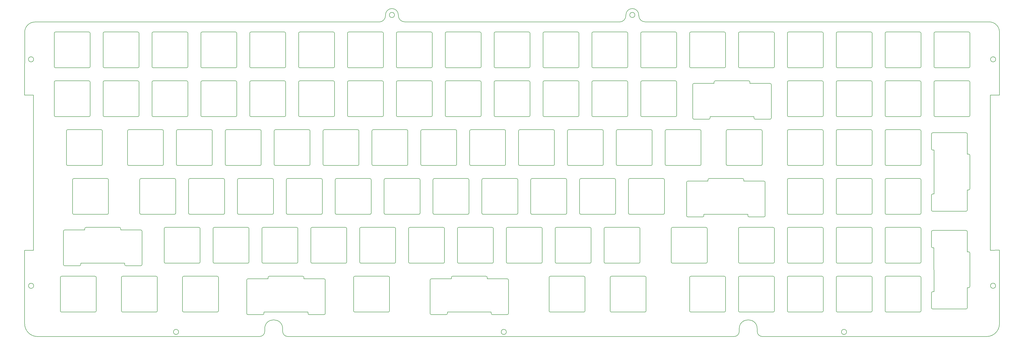
<source format=gbr>
G04 #@! TF.GenerationSoftware,KiCad,Pcbnew,(5.1.4)-1*
G04 #@! TF.CreationDate,2020-08-16T19:18:02-07:00*
G04 #@! TF.ProjectId,Plate,506c6174-652e-46b6-9963-61645f706362,rev?*
G04 #@! TF.SameCoordinates,Original*
G04 #@! TF.FileFunction,Legend,Bot*
G04 #@! TF.FilePolarity,Positive*
%FSLAX46Y46*%
G04 Gerber Fmt 4.6, Leading zero omitted, Abs format (unit mm)*
G04 Created by KiCad (PCBNEW (5.1.4)-1) date 2020-08-16 19:18:02*
%MOMM*%
%LPD*%
G04 APERTURE LIST*
%ADD10C,0.200000*%
G04 APERTURE END LIST*
D10*
X25638000Y-77800200D02*
G75*
G03X25638000Y-77800200I-1000000J0D01*
G01*
X25663400Y-166116000D02*
G75*
G03X25663400Y-166116000I-1000000J0D01*
G01*
X82153000Y-184099200D02*
G75*
G03X82153000Y-184099200I-1000000J0D01*
G01*
X209889600Y-184099200D02*
G75*
G03X209889600Y-184099200I-1000000J0D01*
G01*
X342503000Y-184099200D02*
G75*
G03X342503000Y-184099200I-1000000J0D01*
G01*
X400592800Y-166090600D02*
G75*
G03X400592800Y-166090600I-1000000J0D01*
G01*
X400618200Y-77800200D02*
G75*
G03X400618200Y-77800200I-1000000J0D01*
G01*
X259995111Y-60497821D02*
G75*
G03X259995111Y-60497821I-1000000J0D01*
G01*
X166295129Y-60497821D02*
G75*
G03X166295129Y-60497821I-1000000J0D01*
G01*
X264000000Y-63200000D02*
X398100000Y-63200000D01*
X261499999Y-60499999D02*
X261500000Y-60700000D01*
X256500000Y-60750000D02*
X256490223Y-60500010D01*
X170300000Y-63200000D02*
X254000000Y-63250000D01*
X167799999Y-60499999D02*
X167800000Y-60700000D01*
X162800000Y-60750000D02*
X162790259Y-60499847D01*
X26162000Y-63246000D02*
X160300000Y-63250000D01*
X264000000Y-63200000D02*
G75*
G02X261500000Y-60700000I0J2500000D01*
G01*
X256500000Y-60750000D02*
G75*
G02X254000000Y-63250000I-2500000J0D01*
G01*
X170300000Y-63200000D02*
G75*
G02X167800000Y-60700000I0J2500000D01*
G01*
X162800000Y-60750000D02*
G75*
G02X160300000Y-63250000I-2500000J0D01*
G01*
X256490223Y-60500010D02*
G75*
G02X261499999Y-60499999I2504888J2189D01*
G01*
X162790259Y-60499847D02*
G75*
G02X167799999Y-60499999I2504870J2026D01*
G01*
X402095110Y-91751363D02*
X402100000Y-67200000D01*
X398100000Y-63200000D02*
G75*
G02X402100000Y-67200000I0J-4000000D01*
G01*
X22162000Y-67246000D02*
X22145123Y-91753523D01*
X22162000Y-67246000D02*
G75*
G02X26162000Y-63246000I4000000J0D01*
G01*
X351970123Y-119222812D02*
X338970117Y-119222760D01*
X66220123Y-81122812D02*
X53220077Y-81122830D01*
X148470077Y-81122830D02*
X161470123Y-81122812D01*
X167520123Y-67122812D02*
X180520142Y-67122803D01*
X47670123Y-86672812D02*
X47670117Y-99672846D01*
X114345123Y-105722812D02*
X114345117Y-118722822D01*
X272295129Y-119222772D02*
X285295123Y-119222812D01*
X119895104Y-119222809D02*
X132895123Y-119222812D01*
X296107629Y-119222772D02*
X309107623Y-119222812D01*
X338970128Y-138272809D02*
X351970123Y-138272812D01*
X358020117Y-138272858D02*
X371020123Y-138272812D01*
X371520102Y-137772843D02*
G75*
G02X371020123Y-138272812I-499974J5D01*
G01*
X115713911Y-182897788D02*
G75*
G02X122713873Y-182897812I3499981J-12D01*
G01*
X115713869Y-182897810D02*
X115713869Y-183897812D01*
X122713876Y-182897810D02*
X122713876Y-183897812D01*
X115713874Y-183897821D02*
G75*
G02X113713873Y-185897812I-1999996J5D01*
G01*
X124713871Y-185897818D02*
G75*
G02X122713873Y-183897812I4J2000002D01*
G01*
X300670111Y-183897840D02*
G75*
G02X298670123Y-185897812I-1999980J8D01*
G01*
X300670115Y-182897810D02*
X300670115Y-183897812D01*
X300670135Y-182897788D02*
G75*
G02X307670123Y-182897812I3499994J-12D01*
G01*
X309670108Y-185897837D02*
G75*
G02X307670123Y-183897812I20J2000005D01*
G01*
X307670114Y-182897810D02*
X307670114Y-183897812D01*
X402095115Y-180897786D02*
G75*
G02X397095123Y-185897812I-5000009J-17D01*
G01*
X27145137Y-185897808D02*
G75*
G02X22145123Y-180897812I-9J5000005D01*
G01*
X124713871Y-185897818D02*
X298670123Y-185897812D01*
X397095123Y-185897812D02*
X309670108Y-185897837D01*
X27145137Y-185897808D02*
X113713873Y-185897812D01*
X352470114Y-137772795D02*
G75*
G02X351970123Y-138272812I-500004J-13D01*
G01*
X285795175Y-118721946D02*
G75*
G02X285295123Y-119222812I-500022J-843D01*
G01*
X163851380Y-162372821D02*
G75*
G02X164351373Y-162872812I1J-499992D01*
G01*
X108700876Y-163872812D02*
X108700876Y-176872809D01*
X150351373Y-162872810D02*
X150351373Y-175872814D01*
X150351364Y-162872805D02*
G75*
G02X150851373Y-162372812I500001J-8D01*
G01*
X115450882Y-176872825D02*
G75*
G02X114950873Y-177372812I-499998J11D01*
G01*
X133076873Y-177372786D02*
G75*
G02X132576873Y-176872812I-13J499987D01*
G01*
X139326875Y-176872809D02*
X139326875Y-163872812D01*
X117513870Y-176372815D02*
X130513874Y-176372815D01*
X109200870Y-177372810D02*
X114950870Y-177372810D01*
X138826875Y-163372816D02*
G75*
G02X139326873Y-163872812I1J-499997D01*
G01*
X164351371Y-175872814D02*
X164351371Y-162872810D01*
X109200866Y-177372809D02*
G75*
G02X108700873Y-176872812I2J499995D01*
G01*
X114950870Y-163372811D02*
X109200870Y-163372811D01*
X108700882Y-163872793D02*
G75*
G02X109200873Y-163372812I499986J-5D01*
G01*
X133076874Y-177372810D02*
X138826874Y-177372810D01*
X163851378Y-162372809D02*
X150851374Y-162372809D01*
X138826874Y-163372811D02*
X133076874Y-163372811D01*
X139326889Y-176872802D02*
G75*
G02X138826873Y-177372812I-500013J3D01*
G01*
X164351394Y-175872807D02*
G75*
G02X163851373Y-176372812I-500013J8D01*
G01*
X130513886Y-162372827D02*
G75*
G02X131013873Y-162872812I1J-499986D01*
G01*
X130513874Y-162372809D02*
X117513870Y-162372809D01*
X117013870Y-162872811D02*
G75*
G02X117513873Y-162372812I500001J-2D01*
G01*
X84176360Y-176372803D02*
G75*
G02X83676373Y-175872812I2J499989D01*
G01*
X59076374Y-143322814D02*
X46076373Y-143322814D01*
X45576366Y-143822801D02*
G75*
G02X46076373Y-143322812I499998J-9D01*
G01*
X77032623Y-157322813D02*
X90032623Y-157322813D01*
X61639373Y-158322815D02*
X67389374Y-158322815D01*
X95582614Y-143822799D02*
G75*
G02X96082623Y-143322812I499998J-11D01*
G01*
X61639353Y-158322820D02*
G75*
G02X61139373Y-157822812I14J499994D01*
G01*
X67389385Y-144322820D02*
G75*
G02X67889373Y-144822812I-2J-499990D01*
G01*
X357520163Y-124772812D02*
G75*
G02X358020123Y-124272812I499980J20D01*
G01*
X37263370Y-144822805D02*
G75*
G02X37763373Y-144322812I499998J-5D01*
G01*
X59076382Y-143322817D02*
G75*
G02X59576373Y-143822812I-2J-499993D01*
G01*
X37763373Y-158322815D02*
X43513373Y-158322815D01*
X95582624Y-143822815D02*
X95582624Y-156822812D01*
X371520129Y-137772810D02*
X371520129Y-124772813D01*
X351970134Y-124272812D02*
X338970122Y-124272812D01*
X90532624Y-156822812D02*
X90532624Y-143822815D01*
X338470129Y-124772813D02*
X338470129Y-137772810D01*
X76532619Y-143822804D02*
G75*
G02X77032623Y-143322812I499998J-6D01*
G01*
X67889369Y-157822836D02*
G75*
G02X67389373Y-158322812I-499986J10D01*
G01*
X37263373Y-144822810D02*
X37263373Y-157822814D01*
X43513373Y-144322809D02*
X37763373Y-144322809D01*
X76532622Y-143822815D02*
X76532622Y-156822812D01*
X358020117Y-138272858D02*
G75*
G02X357520123Y-137772812I26J500020D01*
G01*
X90032635Y-143322820D02*
G75*
G02X90532623Y-143822812I-2J-499990D01*
G01*
X371020148Y-124272797D02*
G75*
G02X371520123Y-124772812I-20J-499995D01*
G01*
X338970128Y-138272809D02*
G75*
G02X338470123Y-137772812I-4J500001D01*
G01*
X67389374Y-144322809D02*
X61639373Y-144322809D01*
X319920141Y-138272822D02*
G75*
G02X319420123Y-137772812I-4J500014D01*
G01*
X90532619Y-156822836D02*
G75*
G02X90032623Y-157322812I-499986J10D01*
G01*
X67889375Y-157822814D02*
X67889375Y-144822810D01*
X37763354Y-158322821D02*
G75*
G02X37263373Y-157822812I14J499995D01*
G01*
X352470127Y-137772810D02*
X352470127Y-124772813D01*
X357520131Y-124772813D02*
X357520131Y-137772810D01*
X77032603Y-157322820D02*
G75*
G02X76532623Y-156822812I14J499994D01*
G01*
X338470114Y-124772823D02*
G75*
G02X338970123Y-124272812I500010J1D01*
G01*
X351970100Y-124272809D02*
G75*
G02X352470123Y-124772812I10J-500013D01*
G01*
X319920120Y-138272811D02*
X332920132Y-138272811D01*
X371020136Y-124272812D02*
X358020124Y-124272812D01*
X333420126Y-137772807D02*
G75*
G02X332920123Y-138272812I-500004J-1D01*
G01*
X109082622Y-143322814D02*
X96082625Y-143322814D01*
X90032623Y-143322814D02*
X77032623Y-143322814D01*
X44013370Y-157822837D02*
G75*
G02X43513373Y-158322812I-499986J11D01*
G01*
X46076373Y-157322813D02*
X59076374Y-157322813D01*
X252745127Y-105722738D02*
G75*
G02X253245123Y-105222812I499961J-35D01*
G01*
X266245173Y-105222784D02*
G75*
G02X266745123Y-105722812I-39J-499989D01*
G01*
X247695139Y-118722844D02*
G75*
G02X247195123Y-119222812I-499992J24D01*
G01*
X233695139Y-105722750D02*
G75*
G02X234195123Y-105222812I499961J-23D01*
G01*
X228645151Y-118722856D02*
G75*
G02X228145123Y-119222812I-499992J36D01*
G01*
X209095164Y-105222775D02*
G75*
G02X209595123Y-105722812I-39J-499998D01*
G01*
X190545124Y-118722811D02*
X190545124Y-105722811D01*
X253245080Y-119222785D02*
G75*
G02X252745123Y-118722812I8J499965D01*
G01*
X247695116Y-118722811D02*
X247695116Y-105722811D01*
X295607614Y-105722787D02*
G75*
G02X296107623Y-105222812I499992J-17D01*
G01*
X266245124Y-105222810D02*
X253245128Y-105222810D01*
X247195186Y-105222797D02*
G75*
G02X247695123Y-105722812I-39J-499976D01*
G01*
X247195122Y-105222810D02*
X234195126Y-105222810D01*
X309107661Y-105222834D02*
G75*
G02X309607623Y-105722812I-8J-499970D01*
G01*
X215145123Y-119222812D02*
X228145120Y-119222812D01*
X295607624Y-105722811D02*
X295607624Y-118722811D01*
X309607675Y-118721946D02*
G75*
G02X309107623Y-119222812I-500022J-843D01*
G01*
X252745119Y-105722811D02*
X252745119Y-118722811D01*
X228145198Y-105222809D02*
G75*
G02X228645123Y-105722812I-39J-499964D01*
G01*
X209595126Y-118722811D02*
X209595126Y-105722811D01*
X272295129Y-119222772D02*
G75*
G02X271795123Y-118722812I-23J499983D01*
G01*
X285295161Y-105222834D02*
G75*
G02X285795123Y-105722812I-8J-499970D01*
G01*
X234195092Y-119222797D02*
G75*
G02X233695123Y-118722812I8J499977D01*
G01*
X215145104Y-119222809D02*
G75*
G02X214645123Y-118722812I8J499989D01*
G01*
X196095121Y-119222812D02*
X209095118Y-119222812D01*
X271795114Y-105722787D02*
G75*
G02X272295123Y-105222812I499992J-17D01*
G01*
X214645130Y-105722811D02*
X214645130Y-118722811D01*
X209095118Y-105222810D02*
X196095121Y-105222810D01*
X233695117Y-105722811D02*
X233695117Y-118722811D01*
X285295126Y-105222810D02*
X272295130Y-105222810D01*
X177045113Y-119222818D02*
G75*
G02X176545123Y-118722812I8J499998D01*
G01*
X209595117Y-118722822D02*
G75*
G02X209095123Y-119222812I-499992J2D01*
G01*
X309607622Y-118722811D02*
X309607622Y-105722811D01*
X266745118Y-118722811D02*
X266745118Y-105722811D01*
X214645151Y-105722762D02*
G75*
G02X215145123Y-105222812I499961J-11D01*
G01*
X271795121Y-105722811D02*
X271795121Y-118722811D01*
X196095101Y-119222806D02*
G75*
G02X195595123Y-118722812I8J499986D01*
G01*
X228645128Y-118722811D02*
X228645128Y-105722811D01*
X195595148Y-105722759D02*
G75*
G02X196095123Y-105222812I499961J-14D01*
G01*
X195595128Y-105722811D02*
X195595128Y-118722811D01*
X177045119Y-119222812D02*
X190045116Y-119222812D01*
X190545129Y-118722834D02*
G75*
G02X190045123Y-119222812I-499992J14D01*
G01*
X190045176Y-105222787D02*
G75*
G02X190545123Y-105722812I-39J-499986D01*
G01*
X190045116Y-105222810D02*
X177045119Y-105222810D01*
X176545160Y-105722771D02*
G75*
G02X177045123Y-105222812I499961J-2D01*
G01*
X176545126Y-105722811D02*
X176545126Y-118722811D01*
X157995110Y-119222815D02*
G75*
G02X157495123Y-118722812I8J499995D01*
G01*
X296107629Y-119222772D02*
G75*
G02X295607623Y-118722812I-23J499983D01*
G01*
X285795120Y-118722811D02*
X285795120Y-105722811D01*
X157995117Y-119222812D02*
X170995129Y-119222812D01*
X266745126Y-118722831D02*
G75*
G02X266245123Y-119222812I-499992J11D01*
G01*
X171495126Y-118722831D02*
G75*
G02X170995123Y-119222812I-499992J11D01*
G01*
X228145120Y-105222810D02*
X215145123Y-105222810D01*
X309107629Y-105222810D02*
X296107617Y-105222810D01*
X234195126Y-119222812D02*
X247195122Y-119222812D01*
X253245128Y-119222812D02*
X266245124Y-119222812D01*
X38932603Y-119222808D02*
G75*
G02X38432623Y-118722812I8J499988D01*
G01*
X38932623Y-119222812D02*
X51932623Y-119222812D01*
X52432634Y-118722839D02*
G75*
G02X51932623Y-119222812I-499992J19D01*
G01*
X138445122Y-105722811D02*
X138445122Y-118722811D01*
X113845164Y-105222775D02*
G75*
G02X114345123Y-105722812I-39J-499998D01*
G01*
X113845122Y-105222810D02*
X100845126Y-105222810D01*
X81795124Y-119222812D02*
X94795120Y-119222812D01*
X152445123Y-118722828D02*
G75*
G02X151945123Y-119222812I-499992J8D01*
G01*
X170995173Y-105222784D02*
G75*
G02X171495123Y-105722812I-39J-499989D01*
G01*
X157495157Y-105722768D02*
G75*
G02X157995123Y-105222812I499961J-5D01*
G01*
X151945127Y-105222810D02*
X138945123Y-105222810D01*
X152445120Y-118722811D02*
X152445120Y-105722811D01*
X114345117Y-118722822D02*
G75*
G02X113845123Y-119222812I-499992J2D01*
G01*
X151945170Y-105222781D02*
G75*
G02X152445123Y-105722812I-39J-499992D01*
G01*
X100345148Y-105722759D02*
G75*
G02X100845123Y-105222812I499961J-14D01*
G01*
X100345125Y-105722811D02*
X100345125Y-118722811D01*
X94795176Y-105222787D02*
G75*
G02X95295123Y-105722812I-39J-499986D01*
G01*
X62745122Y-119222812D02*
X75745122Y-119222812D01*
X75745181Y-105222792D02*
G75*
G02X76245123Y-105722812I-39J-499981D01*
G01*
X133395120Y-118722825D02*
G75*
G02X132895123Y-119222812I-499992J5D01*
G01*
X75745122Y-105222810D02*
X62745122Y-105222810D01*
X138945123Y-119222812D02*
X151945127Y-119222812D01*
X170995129Y-105222810D02*
X157995117Y-105222810D01*
X132895124Y-105222810D02*
X119895120Y-105222810D01*
X95295129Y-118722834D02*
G75*
G02X94795123Y-119222812I-499992J14D01*
G01*
X62245122Y-105722811D02*
X62245122Y-118722811D01*
X62245150Y-105722761D02*
G75*
G02X62745123Y-105222812I499961J-12D01*
G01*
X171495122Y-118722811D02*
X171495122Y-105722811D01*
X157495124Y-105722811D02*
X157495124Y-118722811D01*
X95295121Y-118722811D02*
X95295121Y-105722811D01*
X132895167Y-105222778D02*
G75*
G02X133395123Y-105722812I-39J-499995D01*
G01*
X76245134Y-118722839D02*
G75*
G02X75745123Y-119222812I-499992J19D01*
G01*
X81295123Y-105722811D02*
X81295123Y-118722811D01*
X138945107Y-119222812D02*
G75*
G02X138445123Y-118722812I8J499992D01*
G01*
X100845101Y-119222806D02*
G75*
G02X100345123Y-118722812I8J499986D01*
G01*
X119895104Y-119222809D02*
G75*
G02X119395123Y-118722812I8J499989D01*
G01*
X81795098Y-119222803D02*
G75*
G02X81295123Y-118722812I8J499983D01*
G01*
X94795120Y-105222810D02*
X81795124Y-105222810D01*
X62745103Y-119222808D02*
G75*
G02X62245123Y-118722812I8J499988D01*
G01*
X76245123Y-118722811D02*
X76245123Y-105722811D01*
X133395125Y-118722811D02*
X133395125Y-105722811D01*
X119395119Y-105722811D02*
X119395119Y-118722811D01*
X119395151Y-105722762D02*
G75*
G02X119895123Y-105222812I499961J-11D01*
G01*
X100845126Y-119222812D02*
X113845122Y-119222812D01*
X138445154Y-105722765D02*
G75*
G02X138945123Y-105222812I499961J-8D01*
G01*
X81295145Y-105722756D02*
G75*
G02X81795123Y-105222812I499961J-17D01*
G01*
X282532123Y-87672811D02*
X282532123Y-100672811D01*
X338970104Y-100172773D02*
G75*
G02X338470123Y-99672812I-10J499971D01*
G01*
X38432623Y-105722811D02*
X38432623Y-118722811D01*
X38432650Y-105722761D02*
G75*
G02X38932623Y-105222812I499961J-12D01*
G01*
X288782117Y-87172812D02*
X283032117Y-87172812D01*
X313158122Y-100672811D02*
X313158122Y-87672811D01*
X304345136Y-86172833D02*
G75*
G02X304845123Y-86672812I4J-499983D01*
G01*
X262770129Y-100172810D02*
X275770125Y-100172810D01*
X377070080Y-100172809D02*
G75*
G02X376570123Y-99672812I20J499977D01*
G01*
X319420127Y-86672811D02*
X319420127Y-99672813D01*
X351970134Y-86172812D02*
X338970122Y-86172812D01*
X376570126Y-86672763D02*
G75*
G02X377070123Y-86172812I499974J-23D01*
G01*
X371020136Y-86172812D02*
X358020124Y-86172812D01*
X357520138Y-86672775D02*
G75*
G02X358020123Y-86172812I499974J-11D01*
G01*
X282532102Y-87672799D02*
G75*
G02X283032123Y-87172812I500004J-17D01*
G01*
X312658185Y-87172822D02*
G75*
G02X313158123Y-87672812I-26J-499964D01*
G01*
X352470127Y-99672813D02*
X352470127Y-86672811D01*
X390070138Y-86172812D02*
X377070126Y-86172812D01*
X338470090Y-86672787D02*
G75*
G02X338970123Y-86172812I500004J-29D01*
G01*
X338970122Y-100172810D02*
X351970134Y-100172810D01*
X319920116Y-100172785D02*
G75*
G02X319420123Y-99672812I-10J499983D01*
G01*
X390070173Y-86172810D02*
G75*
G02X390570123Y-86672812I-26J-499976D01*
G01*
X377070126Y-100172810D02*
X390070138Y-100172810D01*
X390570127Y-99672856D02*
G75*
G02X390070123Y-100172812I-499980J24D01*
G01*
X371520139Y-99672868D02*
G75*
G02X371020123Y-100172812I-499980J36D01*
G01*
X319920120Y-100172810D02*
X332920132Y-100172810D01*
X338470129Y-86672811D02*
X338470129Y-99672813D01*
X333420125Y-99672813D02*
X333420125Y-86672811D01*
X306908093Y-101172822D02*
G75*
G02X306408123Y-100672812I20J499990D01*
G01*
X306908128Y-101172812D02*
X312658129Y-101172812D01*
X312658129Y-87172812D02*
X306908128Y-87172812D01*
X332920132Y-86172812D02*
X319920120Y-86172812D01*
X291345117Y-100172810D02*
X304345128Y-100172810D01*
X290845090Y-86672787D02*
G75*
G02X291345123Y-86172812I500004J-29D01*
G01*
X358020092Y-100172821D02*
G75*
G02X357520123Y-99672812I20J499989D01*
G01*
X376570133Y-86672811D02*
X376570133Y-99672813D01*
X51932623Y-105222810D02*
X38932623Y-105222810D01*
X52432624Y-118722811D02*
X52432624Y-105722811D01*
X51932681Y-105222792D02*
G75*
G02X52432623Y-105722812I-39J-499981D01*
G01*
X371520129Y-99672813D02*
X371520129Y-86672811D01*
X390570131Y-99672813D02*
X390570131Y-86672811D01*
X358020124Y-100172810D02*
X371020136Y-100172810D01*
X371020185Y-86172822D02*
G75*
G02X371520123Y-86672812I-26J-499964D01*
G01*
X352470150Y-99672819D02*
G75*
G02X351970123Y-100172812I-500010J17D01*
G01*
X332920149Y-86172846D02*
G75*
G02X333420123Y-86672812I4J-499970D01*
G01*
X319420102Y-86672799D02*
G75*
G02X319920123Y-86172812I500004J-17D01*
G01*
X289282162Y-100672831D02*
G75*
G02X288782123Y-101172812I-500010J29D01*
G01*
X304345128Y-86172812D02*
X291345117Y-86172812D01*
X262770092Y-100172821D02*
G75*
G02X262270123Y-99672812I20J499989D01*
G01*
X276270139Y-99672868D02*
G75*
G02X275770123Y-100172812I-499980J36D01*
G01*
X276270119Y-99672813D02*
X276270119Y-86672811D01*
X275770185Y-86172822D02*
G75*
G02X276270123Y-86672812I-26J-499964D01*
G01*
X275770125Y-86172812D02*
X262770129Y-86172812D01*
X262270138Y-86672775D02*
G75*
G02X262770123Y-86172812I499974J-11D01*
G01*
X262270120Y-86672811D02*
X262270120Y-99672813D01*
X357520131Y-86672811D02*
X357520131Y-99672813D01*
X333420163Y-99672832D02*
G75*
G02X332920123Y-100172812I-500010J30D01*
G01*
X243720127Y-100172810D02*
X256720123Y-100172810D01*
X283032117Y-101172812D02*
X288782117Y-101172812D01*
X243720104Y-100172773D02*
G75*
G02X243220123Y-99672812I-10J499971D01*
G01*
X257220150Y-99672819D02*
G75*
G02X256720123Y-100172812I-500010J17D01*
G01*
X351970136Y-86172833D02*
G75*
G02X352470123Y-86672812I4J-499983D01*
G01*
X313158139Y-100672868D02*
G75*
G02X312658123Y-101172812I-499980J36D01*
G01*
X283032116Y-101172785D02*
G75*
G02X282532123Y-100672812I-10J499983D01*
G01*
X205620122Y-100172810D02*
X218620119Y-100172810D01*
X257220117Y-99672813D02*
X257220117Y-86672811D01*
X186070127Y-86672811D02*
X186070127Y-99672813D01*
X181020108Y-99672837D02*
G75*
G02X180520123Y-100172812I-499980J5D01*
G01*
X199570117Y-86172812D02*
X186570120Y-86172812D01*
X238170163Y-99672832D02*
G75*
G02X237670123Y-100172812I-500010J30D01*
G01*
X147970135Y-86672772D02*
G75*
G02X148470123Y-86172812I499974J-14D01*
G01*
X205120144Y-86672781D02*
G75*
G02X205620123Y-86172812I499974J-5D01*
G01*
X167020138Y-86672775D02*
G75*
G02X167520123Y-86172812I499974J-11D01*
G01*
X243220118Y-86672811D02*
X243220118Y-99672813D01*
X218620130Y-86172827D02*
G75*
G02X219120123Y-86672812I4J-499989D01*
G01*
X205120129Y-86672811D02*
X205120129Y-99672813D01*
X142920117Y-99672846D02*
G75*
G02X142420123Y-100172812I-499980J14D01*
G01*
X180520130Y-86172812D02*
X167520118Y-86172812D01*
X219120144Y-99672813D02*
G75*
G02X218620123Y-100172812I-500010J11D01*
G01*
X218620119Y-86172812D02*
X205620122Y-86172812D01*
X199570157Y-86172794D02*
G75*
G02X200070123Y-86672812I-26J-499992D01*
G01*
X129420101Y-100172830D02*
G75*
G02X128920123Y-99672812I20J499998D01*
G01*
X142920126Y-99672813D02*
X142920126Y-86672811D01*
X224670116Y-100172785D02*
G75*
G02X224170123Y-99672812I-10J499983D01*
G01*
X186570095Y-100172824D02*
G75*
G02X186070123Y-99672812I20J499992D01*
G01*
X129420121Y-100172810D02*
X142420125Y-100172810D01*
X237670149Y-86172846D02*
G75*
G02X238170123Y-86672812I4J-499970D01*
G01*
X128920120Y-86672811D02*
X128920120Y-99672813D01*
X110370127Y-100172810D02*
X123370123Y-100172810D01*
X224170116Y-86672811D02*
X224170116Y-99672813D01*
X123870114Y-99672843D02*
G75*
G02X123370123Y-100172812I-499980J11D01*
G01*
X161470151Y-86172788D02*
G75*
G02X161970123Y-86672812I-26J-499998D01*
G01*
X123370160Y-86172797D02*
G75*
G02X123870123Y-86672812I-26J-499989D01*
G01*
X256720136Y-86172833D02*
G75*
G02X257220123Y-86672812I4J-499983D01*
G01*
X128920147Y-86672784D02*
G75*
G02X129420123Y-86172812I499974J-2D01*
G01*
X205620098Y-100172827D02*
G75*
G02X205120123Y-99672812I20J499995D01*
G01*
X167520118Y-100172810D02*
X180520130Y-100172810D01*
X237670121Y-86172812D02*
X224670125Y-86172812D01*
X200070125Y-99672813D02*
X200070125Y-86672811D01*
X161470128Y-86172812D02*
X148470124Y-86172812D01*
X142420163Y-86172800D02*
G75*
G02X142920123Y-86672812I-26J-499986D01*
G01*
X200070111Y-99672840D02*
G75*
G02X199570123Y-100172812I-499980J8D01*
G01*
X110370098Y-100172827D02*
G75*
G02X109870123Y-99672812I20J499995D01*
G01*
X123870124Y-99672813D02*
X123870124Y-86672811D01*
X123370123Y-86172812D02*
X110370127Y-86172812D01*
X238170130Y-99672813D02*
X238170130Y-86672811D01*
X186070141Y-86672778D02*
G75*
G02X186570123Y-86172812I499974J-8D01*
G01*
X161970105Y-99672834D02*
G75*
G02X161470123Y-100172812I-499980J2D01*
G01*
X142420125Y-86172812D02*
X129420121Y-86172812D01*
X109870144Y-86672781D02*
G75*
G02X110370123Y-86172812I499974J-5D01*
G01*
X109870126Y-86672811D02*
X109870126Y-99672813D01*
X91320095Y-100172824D02*
G75*
G02X90820123Y-99672812I20J499992D01*
G01*
X91320125Y-100172810D02*
X104320121Y-100172810D01*
X224670125Y-100172810D02*
X237670121Y-100172810D01*
X104820111Y-99672840D02*
G75*
G02X104320123Y-100172812I-499980J8D01*
G01*
X104820122Y-99672813D02*
X104820122Y-86672811D01*
X256720123Y-86172812D02*
X243720127Y-86172812D01*
X186570120Y-100172810D02*
X199570117Y-100172810D01*
X180520154Y-86172791D02*
G75*
G02X181020123Y-86672812I-26J-499995D01*
G01*
X167020125Y-86672811D02*
X167020125Y-99672813D01*
X148470124Y-100172810D02*
X161470128Y-100172810D01*
X161970121Y-99672813D02*
X161970121Y-86672811D01*
X243220090Y-86672787D02*
G75*
G02X243720123Y-86172812I500004J-29D01*
G01*
X167520092Y-100172821D02*
G75*
G02X167020123Y-99672812I20J499989D01*
G01*
X224170102Y-86672799D02*
G75*
G02X224670123Y-86172812I500004J-17D01*
G01*
X148470089Y-100172818D02*
G75*
G02X147970123Y-99672812I20J499986D01*
G01*
X181020123Y-99672813D02*
X181020123Y-86672811D01*
X219120127Y-99672813D02*
X219120127Y-86672811D01*
X85270162Y-86172799D02*
G75*
G02X85770123Y-86672812I-26J-499987D01*
G01*
X357520126Y-67622787D02*
G75*
G02X358020123Y-67122812I499986J-11D01*
G01*
X52720135Y-86672772D02*
G75*
G02X53220123Y-86172812I499974J-14D01*
G01*
X390070161Y-67122822D02*
G75*
G02X390570123Y-67622812I-14J-499976D01*
G01*
X71770122Y-86672811D02*
X71770122Y-99672813D01*
X333420125Y-80622811D02*
X333420125Y-67622812D01*
X104320157Y-86172794D02*
G75*
G02X104820123Y-86672812I-26J-499992D01*
G01*
X71770131Y-86672768D02*
G75*
G02X72270123Y-86172812I499974J-18D01*
G01*
X376570133Y-67622812D02*
X376570133Y-80622811D01*
X352470127Y-80622811D02*
X352470127Y-67622812D01*
X66720120Y-99672849D02*
G75*
G02X66220123Y-100172812I-499980J17D01*
G01*
X319920120Y-81122812D02*
X332920132Y-81122812D01*
X34170086Y-100172815D02*
G75*
G02X33670123Y-99672812I20J499983D01*
G01*
X390570115Y-80622868D02*
G75*
G02X390070123Y-81122812I-499968J24D01*
G01*
X47170163Y-86172800D02*
G75*
G02X47670123Y-86672812I-26J-499986D01*
G01*
X377070068Y-81122821D02*
G75*
G02X376570123Y-80622812I32J499977D01*
G01*
X351970134Y-67122812D02*
X338970122Y-67122812D01*
X338470078Y-67622799D02*
G75*
G02X338970123Y-67122812I500016J-29D01*
G01*
X371520129Y-80622811D02*
X371520129Y-67622812D01*
X72270085Y-100172814D02*
G75*
G02X71770123Y-99672812I20J499982D01*
G01*
X319420090Y-67622811D02*
G75*
G02X319920123Y-67122812I500016J-17D01*
G01*
X90820124Y-86672811D02*
X90820124Y-99672813D01*
X53220122Y-100172810D02*
X66220125Y-100172810D01*
X358020080Y-81122833D02*
G75*
G02X357520123Y-80622812I32J499989D01*
G01*
X332920137Y-67122858D02*
G75*
G02X333420123Y-67622812I16J-499970D01*
G01*
X300870056Y-81122809D02*
G75*
G02X300370123Y-80622812I32J499965D01*
G01*
X104320121Y-86172812D02*
X91320125Y-86172812D01*
X85770124Y-99672813D02*
X85770124Y-86672811D01*
X90820141Y-86672778D02*
G75*
G02X91320123Y-86172812I499974J-8D01*
G01*
X53220089Y-100172818D02*
G75*
G02X52720123Y-99672812I20J499986D01*
G01*
X66720122Y-99672813D02*
X66720122Y-86672811D01*
X34170123Y-100172810D02*
X47170122Y-100172810D01*
X371520127Y-80622880D02*
G75*
G02X371020123Y-81122812I-499968J36D01*
G01*
X66220166Y-86172803D02*
G75*
G02X66720123Y-86672812I-26J-499983D01*
G01*
X33670132Y-86672769D02*
G75*
G02X34170123Y-86172812I499974J-17D01*
G01*
X377070126Y-81122812D02*
X390070138Y-81122812D01*
X371020173Y-67122834D02*
G75*
G02X371520123Y-67622812I-14J-499964D01*
G01*
X358020124Y-81122812D02*
X371020136Y-81122812D01*
X85270123Y-86172812D02*
X72270123Y-86172812D01*
X390570131Y-80622811D02*
X390570131Y-67622812D01*
X338970092Y-81122785D02*
G75*
G02X338470123Y-80622812I2J499971D01*
G01*
X338970122Y-81122812D02*
X351970134Y-81122812D01*
X352470138Y-80622831D02*
G75*
G02X351970123Y-81122812I-499998J17D01*
G01*
X351970124Y-67122845D02*
G75*
G02X352470123Y-67622812I16J-499983D01*
G01*
X338470129Y-67622812D02*
X338470129Y-80622811D01*
X333420151Y-80622844D02*
G75*
G02X332920123Y-81122812I-499998J30D01*
G01*
X319420127Y-67622812D02*
X319420127Y-80622811D01*
X300870118Y-81122812D02*
X313870129Y-81122812D01*
X314370102Y-80622855D02*
G75*
G02X313870123Y-81122812I-499968J11D01*
G01*
X314370123Y-80622811D02*
X314370123Y-67622812D01*
X47170122Y-86172812D02*
X34170123Y-86172812D01*
X85770116Y-99672845D02*
G75*
G02X85270123Y-100172812I-499980J13D01*
G01*
X313870148Y-67122809D02*
G75*
G02X314370123Y-67622812I-14J-499989D01*
G01*
X390070138Y-67122812D02*
X377070126Y-67122812D01*
X72270123Y-100172810D02*
X85270123Y-100172810D01*
X313870129Y-67122812D02*
X300870118Y-67122812D01*
X371020136Y-67122812D02*
X358020124Y-67122812D01*
X319920104Y-81122797D02*
G75*
G02X319420123Y-80622812I2J499983D01*
G01*
X332920132Y-67122812D02*
X319920120Y-67122812D01*
X376570114Y-67622775D02*
G75*
G02X377070123Y-67122812I499986J-23D01*
G01*
X47670117Y-99672846D02*
G75*
G02X47170123Y-100172812I-499980J14D01*
G01*
X357520131Y-67622812D02*
X357520131Y-80622811D01*
X66220125Y-86172812D02*
X53220122Y-86172812D01*
X281820068Y-81122821D02*
G75*
G02X281320123Y-80622812I32J499977D01*
G01*
X186570120Y-81122812D02*
X199570117Y-81122812D01*
X276270127Y-80622880D02*
G75*
G02X275770123Y-81122812I-499968J36D01*
G01*
X243220078Y-67622799D02*
G75*
G02X243720123Y-67122812I500016J-29D01*
G01*
X295320121Y-80622811D02*
X295320121Y-67622812D01*
X224670125Y-81122812D02*
X237670121Y-81122812D01*
X295320115Y-80622868D02*
G75*
G02X294820123Y-81122812I-499968J24D01*
G01*
X262270126Y-67622787D02*
G75*
G02X262770123Y-67122812I499986J-11D01*
G01*
X167520080Y-81122833D02*
G75*
G02X167020123Y-80622812I32J499989D01*
G01*
X186070127Y-67622812D02*
X186070127Y-80622811D01*
X281320114Y-67622775D02*
G75*
G02X281820123Y-67122812I499986J-23D01*
G01*
X167520118Y-81122812D02*
X180520130Y-81122812D01*
X276270119Y-80622811D02*
X276270119Y-67622812D01*
X256720124Y-67122845D02*
G75*
G02X257220123Y-67622812I16J-499983D01*
G01*
X262270120Y-67622812D02*
X262270120Y-80622811D01*
X257220138Y-80622831D02*
G75*
G02X256720123Y-81122812I-499998J17D01*
G01*
X180520142Y-67122803D02*
G75*
G02X181020123Y-67622812I-14J-499995D01*
G01*
X167020125Y-67622812D02*
X167020125Y-80622811D01*
X237670121Y-67122812D02*
X224670125Y-67122812D01*
X205620122Y-81122812D02*
X218620119Y-81122812D01*
X294820127Y-67122812D02*
X281820116Y-67122812D01*
X238170151Y-80622844D02*
G75*
G02X237670123Y-81122812I-499998J30D01*
G01*
X186570083Y-81122836D02*
G75*
G02X186070123Y-80622812I32J499992D01*
G01*
X161970093Y-80622846D02*
G75*
G02X161470123Y-81122812I-499968J2D01*
G01*
X200070099Y-80622852D02*
G75*
G02X199570123Y-81122812I-499968J8D01*
G01*
X294820161Y-67122822D02*
G75*
G02X295320123Y-67622812I-14J-499976D01*
G01*
X300370124Y-67622812D02*
X300370124Y-80622811D01*
X281320122Y-67622812D02*
X281320122Y-80622811D01*
X205120132Y-67622793D02*
G75*
G02X205620123Y-67122812I499986J-5D01*
G01*
X275770173Y-67122834D02*
G75*
G02X276270123Y-67622812I-14J-499964D01*
G01*
X237670137Y-67122858D02*
G75*
G02X238170123Y-67622812I16J-499970D01*
G01*
X218620118Y-67122839D02*
G75*
G02X219120123Y-67622812I16J-499989D01*
G01*
X262770080Y-81122833D02*
G75*
G02X262270123Y-80622812I32J499989D01*
G01*
X243720127Y-81122812D02*
X256720123Y-81122812D01*
X257220117Y-80622811D02*
X257220117Y-67622812D01*
X224170090Y-67622811D02*
G75*
G02X224670123Y-67122812I500016J-17D01*
G01*
X238170130Y-80622811D02*
X238170130Y-67622812D01*
X281820116Y-81122812D02*
X294820127Y-81122812D01*
X256720123Y-67122812D02*
X243720127Y-67122812D01*
X219120127Y-80622811D02*
X219120127Y-67622812D01*
X205120129Y-67622812D02*
X205120129Y-80622811D01*
X200070125Y-80622811D02*
X200070125Y-67622812D01*
X218620119Y-67122812D02*
X205620122Y-67122812D01*
X205620086Y-81122839D02*
G75*
G02X205120123Y-80622812I32J499995D01*
G01*
X199570145Y-67122806D02*
G75*
G02X200070123Y-67622812I-14J-499992D01*
G01*
X199570117Y-67122812D02*
X186570120Y-67122812D01*
X186070129Y-67622790D02*
G75*
G02X186570123Y-67122812I499986J-8D01*
G01*
X181020096Y-80622849D02*
G75*
G02X180520123Y-81122812I-499968J5D01*
G01*
X181020123Y-80622811D02*
X181020123Y-67622812D01*
X243720092Y-81122785D02*
G75*
G02X243220123Y-80622812I2J499971D01*
G01*
X300370102Y-67622763D02*
G75*
G02X300870123Y-67122812I499986J-35D01*
G01*
X167020126Y-67622787D02*
G75*
G02X167520123Y-67122812I499986J-11D01*
G01*
X243220118Y-67622812D02*
X243220118Y-80622811D01*
X148470077Y-81122830D02*
G75*
G02X147970123Y-80622812I32J499986D01*
G01*
X161970121Y-80622811D02*
X161970121Y-67622812D01*
X224170116Y-67622812D02*
X224170116Y-80622811D01*
X161470139Y-67122800D02*
G75*
G02X161970123Y-67622812I-14J-499998D01*
G01*
X161470128Y-67122812D02*
X148470124Y-67122812D01*
X224670104Y-81122797D02*
G75*
G02X224170123Y-80622812I2J499983D01*
G01*
X275770125Y-67122812D02*
X262770129Y-67122812D01*
X219120132Y-80622825D02*
G75*
G02X218620123Y-81122812I-499998J11D01*
G01*
X262770129Y-81122812D02*
X275770125Y-81122812D01*
X142420151Y-67122812D02*
G75*
G02X142920123Y-67622812I-14J-499986D01*
G01*
X128920135Y-67622796D02*
G75*
G02X129420123Y-67122812I499986J-2D01*
G01*
X91320125Y-81122812D02*
X104320121Y-81122812D01*
X104820099Y-80622852D02*
G75*
G02X104320123Y-81122812I-499968J8D01*
G01*
X90820129Y-67622790D02*
G75*
G02X91320123Y-67122812I499986J-8D01*
G01*
X147970123Y-67622812D02*
X147970123Y-80622811D01*
X142920105Y-80622858D02*
G75*
G02X142420123Y-81122812I-499968J14D01*
G01*
X104820122Y-80622811D02*
X104820122Y-67622812D01*
X72270123Y-81122812D02*
X85270123Y-81122812D01*
X129420089Y-81122842D02*
G75*
G02X128920123Y-80622812I32J499998D01*
G01*
X109870126Y-67622812D02*
X109870126Y-80622811D01*
X129420121Y-81122812D02*
X142420125Y-81122812D01*
X104320145Y-67122806D02*
G75*
G02X104820123Y-67622812I-14J-499992D01*
G01*
X71770119Y-67622780D02*
G75*
G02X72270123Y-67122812I499986J-18D01*
G01*
X66220125Y-67122812D02*
X53220122Y-67122812D01*
X34170123Y-81122812D02*
X47170122Y-81122812D01*
X128920120Y-67622812D02*
X128920120Y-80622811D01*
X66720108Y-80622861D02*
G75*
G02X66220123Y-81122812I-499968J17D01*
G01*
X147970123Y-67622784D02*
G75*
G02X148470123Y-67122812I499986J-14D01*
G01*
X123870102Y-80622855D02*
G75*
G02X123370123Y-81122812I-499968J11D01*
G01*
X66220154Y-67122815D02*
G75*
G02X66720123Y-67622812I-14J-499983D01*
G01*
X90820124Y-67622812D02*
X90820124Y-80622811D01*
X47170151Y-67122812D02*
G75*
G02X47670123Y-67622812I-14J-499986D01*
G01*
X66720122Y-80622811D02*
X66720122Y-67622812D01*
X33670123Y-67622812D02*
X33670123Y-80622811D01*
X91320083Y-81122836D02*
G75*
G02X90820123Y-80622812I32J499992D01*
G01*
X72270073Y-81122826D02*
G75*
G02X71770123Y-80622812I32J499982D01*
G01*
X52720123Y-67622812D02*
X52720123Y-80622811D01*
X47670105Y-80622858D02*
G75*
G02X47170123Y-81122812I-499968J14D01*
G01*
X110370127Y-81122812D02*
X123370123Y-81122812D01*
X71770122Y-67622812D02*
X71770122Y-80622811D01*
X85270150Y-67122811D02*
G75*
G02X85770123Y-67622812I-14J-499987D01*
G01*
X123370123Y-67122812D02*
X110370127Y-67122812D01*
X104320121Y-67122812D02*
X91320125Y-67122812D01*
X142420125Y-67122812D02*
X129420121Y-67122812D01*
X85770104Y-80622857D02*
G75*
G02X85270123Y-81122812I-499968J13D01*
G01*
X85270123Y-67122812D02*
X72270123Y-67122812D01*
X53220077Y-81122830D02*
G75*
G02X52720123Y-80622812I32J499986D01*
G01*
X52720123Y-67622784D02*
G75*
G02X53220123Y-67122812I499986J-14D01*
G01*
X110370086Y-81122839D02*
G75*
G02X109870123Y-80622812I32J499995D01*
G01*
X123370148Y-67122809D02*
G75*
G02X123870123Y-67622812I-14J-499989D01*
G01*
X123870124Y-80622811D02*
X123870124Y-67622812D01*
X109870132Y-67622793D02*
G75*
G02X110370123Y-67122812I499986J-5D01*
G01*
X34170074Y-81122827D02*
G75*
G02X33670123Y-80622812I32J499983D01*
G01*
X142920126Y-80622811D02*
X142920126Y-67622812D01*
X33670120Y-67622781D02*
G75*
G02X34170123Y-67122812I499986J-17D01*
G01*
X47170122Y-67122812D02*
X34170123Y-67122812D01*
X85770124Y-80622811D02*
X85770124Y-67622812D01*
X47670123Y-80622811D02*
X47670123Y-67622812D01*
X271007636Y-124272785D02*
G75*
G02X271507623Y-124772812I-20J-500007D01*
G01*
X271007625Y-124272812D02*
X258007628Y-124272812D01*
X286900840Y-138772831D02*
G75*
G02X286400873Y-139272812I-499974J-7D01*
G01*
X219907624Y-138272811D02*
X232907621Y-138272811D01*
X280650854Y-139272845D02*
G75*
G02X280150873Y-138772812I26J500007D01*
G01*
X258007628Y-138272811D02*
X271007625Y-138272811D01*
X219407614Y-124772823D02*
G75*
G02X219907623Y-124272812I500010J1D01*
G01*
X238957626Y-138272811D02*
X251957623Y-138272811D01*
X310776887Y-138772812D02*
X310776887Y-125772812D01*
X232907600Y-124272809D02*
G75*
G02X233407623Y-124772812I10J-500013D01*
G01*
X238457618Y-124772813D02*
X238457618Y-137772810D01*
X214357627Y-137772810D02*
X214357627Y-124772813D01*
X200357627Y-124772836D02*
G75*
G02X200857623Y-124272812I500010J14D01*
G01*
X310776877Y-138772808D02*
G75*
G02X310276873Y-139272812I-500004J0D01*
G01*
X181807638Y-138272819D02*
G75*
G02X181307623Y-137772812I-4J500011D01*
G01*
X252457616Y-137772810D02*
X252457616Y-124772813D01*
X319420127Y-124772813D02*
X319420127Y-137772810D01*
X271507590Y-137772831D02*
G75*
G02X271007623Y-138272812I-499974J-7D01*
G01*
X251957648Y-124272797D02*
G75*
G02X252457623Y-124772812I-20J-499995D01*
G01*
X271507618Y-137772810D02*
X271507618Y-124772813D01*
X333420125Y-137772810D02*
X333420125Y-124772813D01*
X214357626Y-137772807D02*
G75*
G02X213857623Y-138272812I-500004J-1D01*
G01*
X200857622Y-138272811D02*
X213857618Y-138272811D01*
X181807620Y-138272811D02*
X194807616Y-138272811D01*
X195307625Y-137772810D02*
X195307625Y-124772813D01*
X233407614Y-137772795D02*
G75*
G02X232907623Y-138272812I-500004J-13D01*
G01*
X194807609Y-124272818D02*
G75*
G02X195307623Y-124772812I10J-500004D01*
G01*
X288463888Y-124772787D02*
G75*
G02X288963873Y-124272812I499980J-5D01*
G01*
X219407630Y-124772813D02*
X219407630Y-137772810D01*
X252457602Y-137772843D02*
G75*
G02X251957623Y-138272812I-499974J5D01*
G01*
X238957617Y-138272858D02*
G75*
G02X238457623Y-137772812I26J500020D01*
G01*
X200857641Y-138272822D02*
G75*
G02X200357623Y-137772812I-4J500014D01*
G01*
X280150900Y-125772799D02*
G75*
G02X280650873Y-125272812I499980J7D01*
G01*
X319420127Y-124772836D02*
G75*
G02X319920123Y-124272812I500010J14D01*
G01*
X258007605Y-138272846D02*
G75*
G02X257507623Y-137772812I26J500008D01*
G01*
X257507651Y-124772800D02*
G75*
G02X258007623Y-124272812I499980J8D01*
G01*
X251957623Y-124272812D02*
X238957626Y-124272812D01*
X332920132Y-124272812D02*
X319920120Y-124272812D01*
X213857618Y-124272812D02*
X200857622Y-124272812D01*
X200357628Y-124772813D02*
X200357628Y-137772810D01*
X195307623Y-137772804D02*
G75*
G02X194807623Y-138272812I-500004J-4D01*
G01*
X280650866Y-139272813D02*
X286400882Y-139272813D01*
X301963874Y-124272773D02*
G75*
G02X302463873Y-124772812I-20J-500019D01*
G01*
X257507620Y-124772813D02*
X257507620Y-137772810D01*
X232907621Y-124272812D02*
X219907624Y-124272812D01*
X219907628Y-138272809D02*
G75*
G02X219407623Y-137772812I-4J500001D01*
G01*
X194807616Y-124272812D02*
X181807620Y-124272812D01*
X181307624Y-124772833D02*
G75*
G02X181807623Y-124272812I500010J11D01*
G01*
X181307626Y-124772813D02*
X181307626Y-137772810D01*
X162757635Y-138272816D02*
G75*
G02X162257623Y-137772812I-4J500008D01*
G01*
X162757618Y-138272811D02*
X175757629Y-138272811D01*
X176257620Y-137772801D02*
G75*
G02X175757623Y-138272812I-500004J-7D01*
G01*
X304526863Y-139272813D02*
X310276863Y-139272813D01*
X332920112Y-124272821D02*
G75*
G02X333420123Y-124772812I10J-500001D01*
G01*
X213857612Y-124272821D02*
G75*
G02X214357623Y-124772812I10J-500001D01*
G01*
X310276863Y-125272822D02*
G75*
G02X310776873Y-125772812I10J-500000D01*
G01*
X288963882Y-138272811D02*
X301963863Y-138272811D01*
X301963863Y-124272812D02*
X288963882Y-124272812D01*
X286400882Y-125272811D02*
X280650866Y-125272811D01*
X310276863Y-125272811D02*
X304526863Y-125272811D01*
X238457663Y-124772812D02*
G75*
G02X238957623Y-124272812I499980J20D01*
G01*
X233407629Y-137772810D02*
X233407629Y-124772813D01*
X304526891Y-139272822D02*
G75*
G02X304026873Y-138772812I-4J500014D01*
G01*
X280150873Y-125772812D02*
X280150873Y-138772812D01*
X156707603Y-124272812D02*
G75*
G02X157207623Y-124772812I10J-500010D01*
G01*
X105607641Y-138272822D02*
G75*
G02X105107623Y-137772812I-4J500014D01*
G01*
X119107626Y-137772807D02*
G75*
G02X118607623Y-138272812I-500004J-1D01*
G01*
X175757606Y-124272815D02*
G75*
G02X176257623Y-124772812I10J-500007D01*
G01*
X143207622Y-124772813D02*
X143207622Y-137772810D01*
X119107624Y-137772810D02*
X119107624Y-124772813D01*
X175757629Y-124272812D02*
X162757618Y-124272812D01*
X143707631Y-138272812D02*
G75*
G02X143207623Y-137772812I-4J500004D01*
G01*
X157207617Y-137772798D02*
G75*
G02X156707623Y-138272812I-500004J-10D01*
G01*
X138157626Y-137772810D02*
X138157626Y-124772813D01*
X124157620Y-124772813D02*
X124157620Y-137772810D01*
X124657628Y-138272809D02*
G75*
G02X124157623Y-137772812I-4J500001D01*
G01*
X118607612Y-124272821D02*
G75*
G02X119107623Y-124772812I10J-500001D01*
G01*
X118607623Y-124272812D02*
X105607626Y-124272812D01*
X105107627Y-124772836D02*
G75*
G02X105607623Y-124272812I500010J14D01*
G01*
X162257624Y-124772813D02*
X162257624Y-137772810D01*
X143707623Y-138272811D02*
X156707627Y-138272811D01*
X157207621Y-137772810D02*
X157207621Y-124772813D01*
X124657621Y-138272811D02*
X137657625Y-138272811D01*
X138157614Y-137772795D02*
G75*
G02X137657623Y-138272812I-500004J-13D01*
G01*
X137657600Y-124272809D02*
G75*
G02X138157623Y-124772812I10J-500013D01*
G01*
X124157614Y-124772823D02*
G75*
G02X124657623Y-124272812I500010J1D01*
G01*
X162257621Y-124772830D02*
G75*
G02X162757623Y-124272812I500010J8D01*
G01*
X105607626Y-138272811D02*
X118607623Y-138272811D01*
X156707627Y-124272812D02*
X143707623Y-124272812D01*
X137657625Y-124272812D02*
X124657621Y-124272812D01*
X176257623Y-137772810D02*
X176257623Y-124772813D01*
X143207617Y-124772826D02*
G75*
G02X143707623Y-124272812I500010J4D01*
G01*
X84176374Y-176372815D02*
X97176370Y-176372815D01*
X59863876Y-162872787D02*
G75*
G02X60363873Y-162372812I499986J-11D01*
G01*
X49551392Y-162372803D02*
G75*
G02X50051373Y-162872812I-14J-499995D01*
G01*
X97176392Y-162372803D02*
G75*
G02X97676373Y-162872812I-14J-499995D01*
G01*
X49551373Y-162372809D02*
X36551373Y-162372809D01*
X50051374Y-175872814D02*
X50051374Y-162872810D01*
X36051376Y-162872787D02*
G75*
G02X36551373Y-162372812I499986J-11D01*
G01*
X375570112Y-145034777D02*
G75*
G02X376070123Y-144534812I499988J-23D01*
G01*
X60363873Y-176372815D02*
X73363872Y-176372815D01*
X97176370Y-162372809D02*
X84176374Y-162372809D01*
X73363872Y-162372809D02*
X60363873Y-162372809D01*
X375570116Y-145034809D02*
X375570116Y-150784809D01*
X60363860Y-176372803D02*
G75*
G02X59863873Y-175872812I2J499989D01*
G01*
X73863876Y-175872819D02*
G75*
G02X73363873Y-176372812I-499998J5D01*
G01*
X83676376Y-162872787D02*
G75*
G02X84176373Y-162372812I499986J-11D01*
G01*
X36551360Y-176372803D02*
G75*
G02X36051373Y-175872812I2J499989D01*
G01*
X59863874Y-162872810D02*
X59863874Y-175872814D01*
X73363892Y-162372803D02*
G75*
G02X73863873Y-162872812I-14J-499995D01*
G01*
X36551373Y-176372815D02*
X49551373Y-176372815D01*
X50051376Y-175872819D02*
G75*
G02X49551373Y-176372812I-499998J5D01*
G01*
X97676376Y-175872819D02*
G75*
G02X97176373Y-176372812I-499998J5D01*
G01*
X73863873Y-175872814D02*
X73863873Y-162872810D01*
X97676371Y-175872814D02*
X97676371Y-162872810D01*
X371020136Y-105222810D02*
X358020124Y-105222810D01*
X357520151Y-105722762D02*
G75*
G02X358020123Y-105222812I499961J-11D01*
G01*
X80507614Y-124272823D02*
G75*
G02X81007623Y-124772812I10J-499999D01*
G01*
X81007628Y-137772809D02*
G75*
G02X80507623Y-138272812I-500004J1D01*
G01*
X99557621Y-124272812D02*
X86557624Y-124272812D01*
X86057616Y-124772825D02*
G75*
G02X86557623Y-124272812I500010J3D01*
G01*
X67007613Y-124772822D02*
G75*
G02X67507623Y-124272812I500010J0D01*
G01*
X99557609Y-124272818D02*
G75*
G02X100057623Y-124772812I10J-500004D01*
G01*
X67507622Y-138272811D02*
X80507622Y-138272811D01*
X54313858Y-124272817D02*
G75*
G02X54813873Y-124772812I10J-500005D01*
G01*
X40813872Y-124772831D02*
G75*
G02X41313873Y-124272812I500010J9D01*
G01*
X40813873Y-124772813D02*
X40813873Y-137772810D01*
X375570164Y-106934787D02*
G75*
G02X376070123Y-106434812I499967J8D01*
G01*
X375570116Y-106934812D02*
X375570116Y-112684812D01*
X389570114Y-112684812D02*
X389570114Y-106934812D01*
X67007625Y-124772813D02*
X67007625Y-137772810D01*
X105107625Y-124772813D02*
X105107625Y-137772810D01*
X389070149Y-106434772D02*
G75*
G02X389570123Y-106934812I-33J-500007D01*
G01*
X375570126Y-130810763D02*
G75*
G02X376070123Y-130310812I499974J-23D01*
G01*
X389570114Y-136560809D02*
X389570114Y-130810808D01*
X390570131Y-128247809D02*
X390570131Y-115247812D01*
X54313873Y-124272812D02*
X41313873Y-124272812D01*
X80507622Y-124272812D02*
X67507622Y-124272812D01*
X389070121Y-106434811D02*
X376070109Y-106434811D01*
X100057623Y-137772804D02*
G75*
G02X99557623Y-138272812I-500004J-4D01*
G01*
X390070161Y-114747822D02*
G75*
G02X390570123Y-115247812I-14J-499976D01*
G01*
X358020104Y-119222809D02*
G75*
G02X357520123Y-118722812I8J499989D01*
G01*
X86557630Y-138272811D02*
G75*
G02X86057623Y-137772812I-4J500003D01*
G01*
X67507627Y-138272808D02*
G75*
G02X67007623Y-137772812I-4J500000D01*
G01*
X86557624Y-138272811D02*
X99557621Y-138272811D01*
X86057623Y-124772813D02*
X86057623Y-137772810D01*
X81007623Y-137772810D02*
X81007623Y-124772813D01*
X54813872Y-137772803D02*
G75*
G02X54313873Y-138272812I-500004J-5D01*
G01*
X100057622Y-137772810D02*
X100057622Y-124772813D01*
X376070117Y-113184834D02*
G75*
G02X375570123Y-112684812I14J500008D01*
G01*
X375570116Y-130810808D02*
X375570116Y-136560809D01*
X376070109Y-137060810D02*
X389070121Y-137060810D01*
X41313873Y-138272811D02*
X54313873Y-138272811D01*
X41313886Y-138272817D02*
G75*
G02X40813873Y-137772812I-4J500009D01*
G01*
X54813872Y-137772810D02*
X54813872Y-124772813D01*
X389570126Y-136560857D02*
G75*
G02X389070123Y-137060812I-499979J24D01*
G01*
X376570133Y-115247812D02*
X376570133Y-128247809D01*
X390570115Y-128247868D02*
G75*
G02X390070123Y-128747812I-499968J24D01*
G01*
X358020124Y-119222812D02*
X371020136Y-119222812D01*
X371520151Y-118722856D02*
G75*
G02X371020123Y-119222812I-499992J36D01*
G01*
X376070079Y-137060810D02*
G75*
G02X375570123Y-136560812I21J499977D01*
G01*
X371520129Y-118722811D02*
X371520129Y-105722811D01*
X371020198Y-105222809D02*
G75*
G02X371520123Y-105722812I-39J-499964D01*
G01*
X319920129Y-119222772D02*
G75*
G02X319420123Y-118722812I-23J499983D01*
G01*
X351970148Y-105222821D02*
G75*
G02X352470123Y-105722812I-8J-499983D01*
G01*
X357520131Y-105722811D02*
X357520131Y-118722811D01*
X338470102Y-105722775D02*
G75*
G02X338970123Y-105222812I499992J-29D01*
G01*
X319920120Y-119222812D02*
X332920132Y-119222812D01*
X333420125Y-118722811D02*
X333420125Y-105722811D01*
X332920132Y-105222810D02*
X319920120Y-105222810D01*
X319420114Y-105722787D02*
G75*
G02X319920123Y-105222812I499992J-17D01*
G01*
X332920161Y-105222834D02*
G75*
G02X333420123Y-105722812I-8J-499970D01*
G01*
X351970134Y-105222810D02*
X338970122Y-105222810D01*
X338470129Y-105722811D02*
X338470129Y-118722811D01*
X333420175Y-118721946D02*
G75*
G02X332920123Y-119222812I-500022J-843D01*
G01*
X352470127Y-118722811D02*
X352470127Y-105722811D01*
X352470163Y-118722806D02*
G75*
G02X351970123Y-119222812I-500023J17D01*
G01*
X338970117Y-119222760D02*
G75*
G02X338470123Y-118722812I-23J499971D01*
G01*
X319420127Y-105722811D02*
X319420127Y-118722811D01*
X389570114Y-174660813D02*
X389570114Y-168910813D01*
X376070109Y-175160814D02*
X389070121Y-175160814D01*
X338970122Y-157322813D02*
X351970134Y-157322813D01*
X389070159Y-144534824D02*
G75*
G02X389570123Y-145034812I-12J-499976D01*
G01*
X389070121Y-144534815D02*
X376070109Y-144534815D01*
X390570131Y-166347813D02*
X390570131Y-153347809D01*
X389570114Y-150784809D02*
X389570114Y-145034809D01*
X358020098Y-157322815D02*
G75*
G02X357520123Y-156822812I14J499989D01*
G01*
X371020161Y-143322846D02*
G75*
G02X371520123Y-143822812I-2J-499964D01*
G01*
X376070089Y-175160800D02*
G75*
G02X375570123Y-174660812I11J499977D01*
G01*
X371020136Y-143322814D02*
X358020124Y-143322814D01*
X357520114Y-143822799D02*
G75*
G02X358020123Y-143322812I499998J-11D01*
G01*
X357520131Y-143822815D02*
X357520131Y-156822812D01*
X352470127Y-156822812D02*
X352470127Y-143822815D01*
X351970097Y-143322812D02*
G75*
G02X352470123Y-143822812I13J-500013D01*
G01*
X371520129Y-156822812D02*
X371520129Y-143822815D01*
X390070155Y-152847828D02*
G75*
G02X390570123Y-153347812I-8J-499976D01*
G01*
X338470129Y-143822815D02*
X338470129Y-156822812D01*
X332920109Y-143322824D02*
G75*
G02X333420123Y-143822812I13J-500001D01*
G01*
X319420124Y-143822839D02*
G75*
G02X319920123Y-143322812I500013J14D01*
G01*
X319420127Y-143822815D02*
X319420127Y-156822812D01*
X332920132Y-143322814D02*
X319920120Y-143322814D01*
X390570139Y-166347844D02*
G75*
G02X390070123Y-166847812I-499992J24D01*
G01*
X358020124Y-157322813D02*
X371020136Y-157322813D01*
X300870074Y-157322791D02*
G75*
G02X300370123Y-156822812I14J499965D01*
G01*
X300870118Y-157322813D02*
X313870129Y-157322813D01*
X338470111Y-143822826D02*
G75*
G02X338970123Y-143322812I500013J1D01*
G01*
X375570116Y-168910813D02*
X375570116Y-174660813D01*
X375570105Y-168910784D02*
G75*
G02X376070123Y-168410812I499995J-23D01*
G01*
X389570136Y-174660847D02*
G75*
G02X389070123Y-175160812I-499989J24D01*
G01*
X371520145Y-156822862D02*
G75*
G02X371020123Y-157322812I-499986J36D01*
G01*
X352470111Y-156822798D02*
G75*
G02X351970123Y-157322812I-500001J-13D01*
G01*
X333420123Y-156822810D02*
G75*
G02X332920123Y-157322812I-500001J-1D01*
G01*
X376070096Y-151284793D02*
G75*
G02X375570123Y-150784812I4J499977D01*
G01*
X314370120Y-156822837D02*
G75*
G02X313870123Y-157322812I-499986J11D01*
G01*
X351970134Y-143322814D02*
X338970122Y-143322814D01*
X319920120Y-157322813D02*
X332920132Y-157322813D01*
X319920138Y-157322825D02*
G75*
G02X319420123Y-156822812I-1J500014D01*
G01*
X333420125Y-156822812D02*
X333420125Y-143822815D01*
X338970125Y-157322812D02*
G75*
G02X338470123Y-156822812I-1J500001D01*
G01*
X314370123Y-156822812D02*
X314370123Y-143822815D01*
X313870136Y-143322821D02*
G75*
G02X314370123Y-143822812I-2J-499989D01*
G01*
X313870129Y-143322814D02*
X300870118Y-143322814D01*
X300370090Y-143822775D02*
G75*
G02X300870123Y-143322812I499998J-35D01*
G01*
X300370124Y-143822815D02*
X300370124Y-156822812D01*
X223882633Y-156822850D02*
G75*
G02X223382623Y-157322812I-499986J24D01*
G01*
X229432574Y-157322791D02*
G75*
G02X228932623Y-156822812I14J499965D01*
G01*
X247982619Y-143822815D02*
X247982619Y-156822812D01*
X223882628Y-156822812D02*
X223882628Y-143822815D01*
X223382649Y-143322834D02*
G75*
G02X223882623Y-143822812I-2J-499976D01*
G01*
X274176372Y-143822815D02*
X274176372Y-156822812D01*
X229432625Y-157322813D02*
X242432622Y-157322813D01*
X228932617Y-143822815D02*
X228932617Y-156822812D01*
X228932590Y-143822775D02*
G75*
G02X229432623Y-143322812I499998J-35D01*
G01*
X223382619Y-143322814D02*
X210382623Y-143322814D01*
X209882602Y-143822817D02*
G75*
G02X210382623Y-143322812I500013J-8D01*
G01*
X242432622Y-143322814D02*
X229432625Y-143322814D01*
X242932620Y-156822837D02*
G75*
G02X242432623Y-157322812I-499986J11D01*
G01*
X242932630Y-156822812D02*
X242932630Y-143822815D01*
X274676348Y-157322815D02*
G75*
G02X274176373Y-156822812I14J499989D01*
G01*
X288176385Y-156822812D02*
X288176385Y-143822815D01*
X248482638Y-157322825D02*
G75*
G02X247982623Y-156822812I-1J500014D01*
G01*
X287676362Y-143322814D02*
X274676380Y-143322814D01*
X261482609Y-143322824D02*
G75*
G02X261982623Y-143822812I13J-500001D01*
G01*
X261982623Y-156822810D02*
G75*
G02X261482623Y-157322812I-500001J-1D01*
G01*
X261482624Y-143322814D02*
X248482627Y-143322814D01*
X247982624Y-143822839D02*
G75*
G02X248482623Y-143322812I500013J14D01*
G01*
X261982617Y-156822812D02*
X261982617Y-143822815D01*
X287676411Y-143322846D02*
G75*
G02X288176373Y-143822812I-2J-499964D01*
G01*
X274176364Y-143822799D02*
G75*
G02X274676373Y-143322812I499998J-11D01*
G01*
X248482627Y-157322813D02*
X261482624Y-157322813D01*
X288176395Y-156822862D02*
G75*
G02X287676373Y-157322812I-499986J36D01*
G01*
X242432636Y-143322821D02*
G75*
G02X242932623Y-143822812I-2J-499989D01*
G01*
X274676380Y-157322813D02*
X287676362Y-157322813D01*
X210382616Y-157322803D02*
G75*
G02X209882623Y-156822812I-1J499992D01*
G01*
X210382623Y-157322813D02*
X223382619Y-157322813D01*
X36051373Y-175872812D02*
X36051376Y-162872847D01*
X376560000Y-153350000D02*
X376570123Y-166347812D01*
X306410000Y-100170000D02*
X306408123Y-100672812D01*
X289280000Y-100170000D02*
X289282162Y-100672444D01*
X52720123Y-99672812D02*
X52720135Y-86672808D01*
X290845090Y-86673148D02*
X290840000Y-87170000D01*
X33670123Y-99672812D02*
X33670132Y-86672841D01*
X288463888Y-124772746D02*
X288460000Y-125270000D01*
X302463873Y-124772812D02*
X302470000Y-125270000D01*
X45570000Y-144320000D02*
X45576366Y-143822902D01*
X44013370Y-157822781D02*
X44010000Y-157320000D01*
X376570000Y-113190000D02*
X376070315Y-113184834D01*
X376070123Y-130310812D02*
X376570000Y-130310000D01*
X286900840Y-138773047D02*
X286900000Y-138270000D01*
X59580000Y-144320000D02*
X59576373Y-143822812D01*
X304845123Y-86672812D02*
X304850000Y-87170000D01*
X131013873Y-162872812D02*
X131020000Y-163370000D01*
X390070123Y-128747812D02*
X389570000Y-128750000D01*
X117013870Y-162872838D02*
X117010000Y-163370000D01*
X132570000Y-176370000D02*
X132576873Y-176872812D01*
X83676373Y-175872812D02*
X83676376Y-162872847D01*
X389570000Y-114750000D02*
X390070113Y-114747822D01*
X376070039Y-151284793D02*
X376560000Y-151290000D01*
X389570000Y-152850000D02*
X390070178Y-152847828D01*
X389570000Y-166850000D02*
X390070123Y-166847812D01*
X147970123Y-99672812D02*
X147970135Y-86672808D01*
X376070123Y-168410812D02*
X376570000Y-168410000D01*
X304026873Y-138772812D02*
X304020000Y-138270000D01*
X115450000Y-176370000D02*
X115450882Y-176872710D01*
X203970000Y-176370000D02*
X203976373Y-176872812D01*
X186930000Y-176370000D02*
X186926376Y-176872769D01*
X61140000Y-157320000D02*
X61139373Y-157822812D01*
X332920121Y-162372812D02*
G75*
G02X333420123Y-162872812I1J-500001D01*
G01*
X332920132Y-162372809D02*
X319920120Y-162372809D01*
X133076874Y-163372811D02*
X131020000Y-163370000D01*
X130513874Y-176372815D02*
X132570000Y-176370000D01*
X319420136Y-162872827D02*
G75*
G02X319920123Y-162372812I500001J14D01*
G01*
X319420127Y-162872810D02*
X319420127Y-175872814D01*
X300870086Y-176372779D02*
G75*
G02X300370123Y-175872812I2J499965D01*
G01*
X202451373Y-162872812D02*
X202450000Y-163370000D01*
X114950870Y-163372811D02*
X117010000Y-163370000D01*
X301963873Y-138272812D02*
X304020000Y-138270000D01*
X371520157Y-175872850D02*
G75*
G02X371020123Y-176372812I-499998J36D01*
G01*
X376570123Y-166347812D02*
X376570000Y-168410000D01*
X371020173Y-162372834D02*
G75*
G02X371520123Y-162872812I-14J-499964D01*
G01*
X371020136Y-162372809D02*
X358020124Y-162372809D01*
X376570123Y-128247812D02*
X376570000Y-130310000D01*
X338970137Y-176372800D02*
G75*
G02X338470123Y-175872812I-13J500001D01*
G01*
X352470123Y-175872786D02*
G75*
G02X351970123Y-176372812I-500013J-13D01*
G01*
X357520126Y-162872787D02*
G75*
G02X358020123Y-162372812I499986J-11D01*
G01*
X352470127Y-175872814D02*
X352470127Y-162872810D01*
X188451370Y-162872838D02*
X188450000Y-163370000D01*
X117513870Y-176372815D02*
X115450000Y-176370000D01*
X376570133Y-115247812D02*
X376570000Y-113190000D01*
X351970109Y-162372800D02*
G75*
G02X352470123Y-162872812I1J-500013D01*
G01*
X61639373Y-144322812D02*
X59580000Y-144320000D01*
X389570114Y-112684812D02*
X389570000Y-114750000D01*
X304345123Y-100172812D02*
X306410000Y-100170000D01*
X304526873Y-125272812D02*
X302470000Y-125270000D01*
X389570114Y-168910813D02*
X389570000Y-166850000D01*
X389570114Y-150784809D02*
X389570000Y-152850000D01*
X291344846Y-100172773D02*
X289280000Y-100170000D01*
X186426369Y-163372811D02*
X188450000Y-163370000D01*
X204476369Y-163372811D02*
X202450000Y-163370000D01*
X188951223Y-176372797D02*
X186930000Y-176370000D01*
X286400882Y-125272811D02*
X288460000Y-125270000D01*
X357520131Y-162872810D02*
X357520131Y-175872814D01*
X351970134Y-162372809D02*
X338970122Y-162372809D01*
X338470123Y-162872814D02*
G75*
G02X338970123Y-162372812I500001J1D01*
G01*
X201951373Y-176372812D02*
X203970000Y-176370000D01*
X319920150Y-176372813D02*
G75*
G02X319420123Y-175872812I-13J500014D01*
G01*
X319920120Y-176372815D02*
X332920132Y-176372815D01*
X389570123Y-130810812D02*
X389570000Y-128750000D01*
X306908128Y-87172812D02*
X304850000Y-87170000D01*
X288782340Y-87172845D02*
X290840000Y-87170000D01*
X288963882Y-138272811D02*
X286900000Y-138270000D01*
X371520129Y-175872814D02*
X371520129Y-162872810D01*
X333420135Y-175872798D02*
G75*
G02X332920123Y-176372812I-500013J-1D01*
G01*
X376560000Y-153350000D02*
X376560000Y-151290000D01*
X338470129Y-162872810D02*
X338470129Y-175872814D01*
X46076472Y-157322817D02*
X44010000Y-157320000D01*
X43513419Y-144322821D02*
X45570000Y-144320000D01*
X333420125Y-175872814D02*
X333420125Y-162872810D01*
X358020110Y-176372803D02*
G75*
G02X357520123Y-175872812I2J499989D01*
G01*
X59076374Y-157322813D02*
X61140000Y-157320000D01*
X358020124Y-176372815D02*
X371020136Y-176372815D01*
X338970122Y-176372815D02*
X351970134Y-176372815D01*
X240551380Y-175872814D02*
X240551380Y-162872810D01*
X281820116Y-176372815D02*
X294820127Y-176372815D01*
X240051423Y-162372834D02*
G75*
G02X240551373Y-162872812I-14J-499964D01*
G01*
X300370124Y-162872810D02*
X300370124Y-175872814D01*
X227051360Y-176372803D02*
G75*
G02X226551373Y-175872812I2J499989D01*
G01*
X180176375Y-163872812D02*
X180176375Y-176872809D01*
X204476369Y-177372810D02*
X210226369Y-177372810D01*
X250863860Y-176372803D02*
G75*
G02X250363873Y-175872812I2J499989D01*
G01*
X210226380Y-163372821D02*
G75*
G02X210726373Y-163872812I1J-499992D01*
G01*
X188951371Y-176372815D02*
X201951367Y-176372815D01*
X210726394Y-176872807D02*
G75*
G02X210226373Y-177372812I-500013J8D01*
G01*
X180676360Y-177372803D02*
G75*
G02X180176373Y-176872812I2J499989D01*
G01*
X281320122Y-162872810D02*
X281320122Y-175872814D01*
X201951367Y-162372809D02*
X188951371Y-162372809D01*
X300370102Y-162872763D02*
G75*
G02X300870123Y-162372812I499986J-35D01*
G01*
X227051375Y-176372815D02*
X240051371Y-176372815D01*
X204476378Y-177372791D02*
G75*
G02X203976373Y-176872812I-13J499992D01*
G01*
X240551407Y-175872850D02*
G75*
G02X240051373Y-176372812I-499998J36D01*
G01*
X186926376Y-176872819D02*
G75*
G02X186426373Y-177372812I-499998J5D01*
G01*
X210226369Y-163372811D02*
X204476369Y-163372811D01*
X201951386Y-162372827D02*
G75*
G02X202451373Y-162872812I1J-499986D01*
G01*
X186426369Y-163372811D02*
X180676368Y-163372811D01*
X188451370Y-162872811D02*
G75*
G02X188951373Y-162372812I500001J-2D01*
G01*
X250363876Y-162872787D02*
G75*
G02X250863873Y-162372812I499986J-11D01*
G01*
X150851378Y-176372791D02*
G75*
G02X150351373Y-175872812I-13J499992D01*
G01*
X150851374Y-176372815D02*
X163851378Y-176372815D01*
X314370132Y-175872825D02*
G75*
G02X313870123Y-176372812I-499998J11D01*
G01*
X295320121Y-175872814D02*
X295320121Y-162872810D01*
X313870129Y-162372809D02*
X300870118Y-162372809D01*
X250363869Y-162872810D02*
X250363869Y-175872814D01*
X180676368Y-177372810D02*
X186426369Y-177372810D01*
X313870148Y-162372809D02*
G75*
G02X314370123Y-162872812I-14J-499989D01*
G01*
X240051371Y-162372809D02*
X227051375Y-162372809D01*
X226551366Y-162872810D02*
X226551366Y-175872814D01*
X281820098Y-176372791D02*
G75*
G02X281320123Y-175872812I2J499977D01*
G01*
X263863923Y-162372834D02*
G75*
G02X264363873Y-162872812I-14J-499964D01*
G01*
X180176376Y-163872787D02*
G75*
G02X180676373Y-163372812I499986J-11D01*
G01*
X226551376Y-162872787D02*
G75*
G02X227051373Y-162372812I499986J-11D01*
G01*
X210726378Y-176872809D02*
X210726378Y-163872812D01*
X300870118Y-176372815D02*
X313870129Y-176372815D01*
X314370123Y-175872814D02*
X314370123Y-162872810D01*
X281320114Y-162872775D02*
G75*
G02X281820123Y-162372812I499986J-23D01*
G01*
X250863877Y-176372815D02*
X263863874Y-176372815D01*
X264363867Y-175872814D02*
X264363867Y-162872810D01*
X263863874Y-162372809D02*
X250863877Y-162372809D01*
X295320145Y-175872838D02*
G75*
G02X294820123Y-176372812I-499998J24D01*
G01*
X264363907Y-175872850D02*
G75*
G02X263863873Y-176372812I-499998J36D01*
G01*
X294820127Y-162372809D02*
X281820116Y-162372809D01*
X294820161Y-162372822D02*
G75*
G02X295320123Y-162872812I-14J-499976D01*
G01*
X166232628Y-143322814D02*
X153232624Y-143322814D01*
X166732622Y-156822812D02*
X166732622Y-143822815D01*
X134182604Y-157322821D02*
G75*
G02X133682623Y-156822812I14J499995D01*
G01*
X115132620Y-157322813D02*
X128132624Y-157322813D01*
X134182622Y-157322813D02*
X147182626Y-157322813D01*
X147182626Y-143322814D02*
X134182622Y-143322814D01*
X171782625Y-143822815D02*
X171782625Y-156822812D01*
X204332617Y-143322814D02*
X191332621Y-143322814D01*
X166232624Y-143322839D02*
G75*
G02X166732623Y-143822812I13J-499986D01*
G01*
X147682620Y-156822837D02*
G75*
G02X147182623Y-157322812I-499986J11D01*
G01*
X147682620Y-156822812D02*
X147682620Y-143822815D01*
X204832626Y-156822812D02*
X204832626Y-143822815D01*
X96082598Y-157322815D02*
G75*
G02X95582623Y-156822812I14J499989D01*
G01*
X191332621Y-157322813D02*
X204332617Y-157322813D01*
X190832614Y-143822799D02*
G75*
G02X191332623Y-143322812I499998J-11D01*
G01*
X172282610Y-157322797D02*
G75*
G02X171782623Y-156822812I-1J499986D01*
G01*
X152732608Y-143822823D02*
G75*
G02X153232623Y-143322812I500013J-2D01*
G01*
X172282619Y-157322813D02*
X185282630Y-157322813D01*
X147182636Y-143322821D02*
G75*
G02X147682623Y-143822812I-2J-499989D01*
G01*
X190832627Y-143822815D02*
X190832627Y-156822812D01*
X185782624Y-156822812D02*
X185782624Y-143822815D01*
X152732623Y-143822815D02*
X152732623Y-156822812D01*
X185282630Y-143322814D02*
X172282619Y-143322814D01*
X133682621Y-143822815D02*
X133682621Y-156822812D01*
X115132616Y-157322803D02*
G75*
G02X114632623Y-156822812I-1J499992D01*
G01*
X209882629Y-143822815D02*
X209882629Y-156822812D01*
X185282612Y-143322827D02*
G75*
G02X185782623Y-143822812I13J-499998D01*
G01*
X128632632Y-156822819D02*
G75*
G02X128132623Y-157322812I-500001J8D01*
G01*
X204832614Y-156822831D02*
G75*
G02X204332623Y-157322812I-499986J5D01*
G01*
X166732638Y-156822825D02*
G75*
G02X166232623Y-157322812I-500001J14D01*
G01*
X133682620Y-143822805D02*
G75*
G02X134182623Y-143322812I499998J-5D01*
G01*
X171782596Y-143822811D02*
G75*
G02X172282623Y-143322812I500013J-14D01*
G01*
X128632625Y-156822812D02*
X128632625Y-143822815D01*
X128132618Y-143322833D02*
G75*
G02X128632623Y-143822812I13J-499992D01*
G01*
X114632602Y-143822817D02*
G75*
G02X115132623Y-143322812I500013J-8D01*
G01*
X96082625Y-157322813D02*
X109082622Y-157322813D01*
X109582614Y-156822831D02*
G75*
G02X109082623Y-157322812I-499986J5D01*
G01*
X109582623Y-156822812D02*
X109582623Y-143822815D01*
X109082630Y-143322815D02*
G75*
G02X109582623Y-143822812I-2J-499995D01*
G01*
X191332598Y-157322815D02*
G75*
G02X190832623Y-156822812I14J499989D01*
G01*
X185782626Y-156822813D02*
G75*
G02X185282623Y-157322812I-500001J2D01*
G01*
X153232624Y-157322813D02*
X166232628Y-157322813D01*
X114632626Y-143822815D02*
X114632626Y-156822812D01*
X128132624Y-143322814D02*
X115132620Y-143322814D01*
X204332630Y-143322815D02*
G75*
G02X204832623Y-143822812I-2J-499995D01*
G01*
X153232622Y-157322809D02*
G75*
G02X152732623Y-156822812I-1J499998D01*
G01*
X25603200Y-152247600D02*
X25603200Y-91744800D01*
X398576800Y-152247600D02*
X398576800Y-91744800D01*
X402095110Y-91751363D02*
X398576800Y-91744800D01*
X402095123Y-152242100D02*
X398576800Y-152247600D01*
X22145129Y-152244255D02*
X25603200Y-152247600D01*
X22145123Y-91753523D02*
X25603200Y-91744800D01*
X22145123Y-180897812D02*
X22145129Y-152244255D01*
X402095123Y-152242100D02*
X402095115Y-180897786D01*
M02*

</source>
